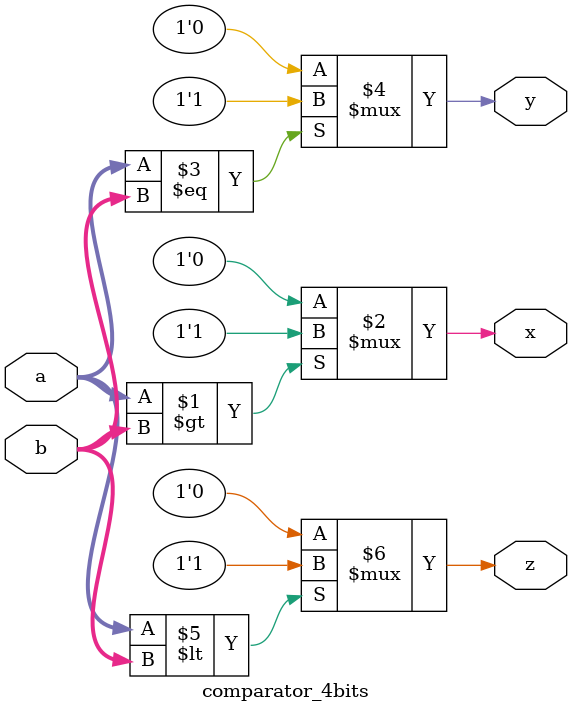
<source format=v>
`timescale 1ns / 1ps

module comparator_4bits(a,b,x,y,z);

input [3:0] a,b;

output x,y,z;

wire x,y,z;

//x : A>B case
assign x=(a>b)?1'b1 : 1'b0;

//y : A=B case
assign y=(a==b)?1'b1 :1'b0;

//z : A<B case
assign z=(a<b)?1'b1: 1'b0;


endmodule

</source>
